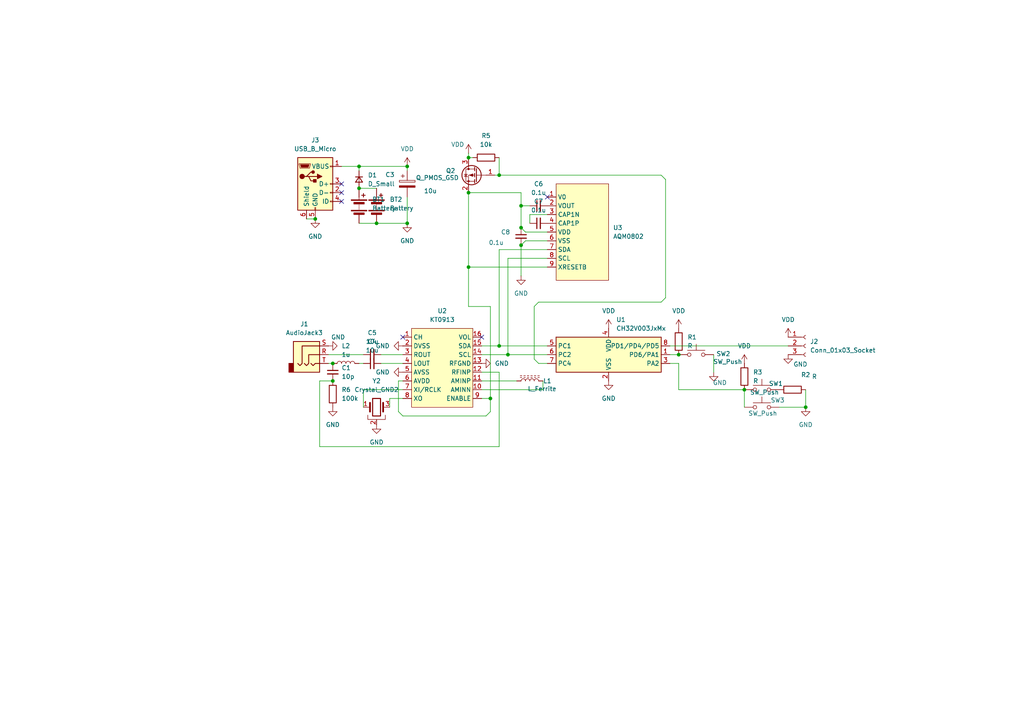
<source format=kicad_sch>
(kicad_sch (version 20231120) (generator "eeschema") (generator_version "8.0")
  (paper "A4")
  (lib_symbols
    (symbol "Connector:Conn_01x03_Socket" (pin_names (offset 1.016) hide)
      (property "Reference" "J" (at 0 5.08 0))
      (property "Value" "Conn_01x03_Socket" (at 0 -5.08 0))
      (symbol "Conn_01x03_Socket_1_1"
        (arc (start 0 -2.032) (mid -0.5058 -2.54) (end 0 -3.048) (stroke (width 0.1524)))
        (polyline (pts (xy -1.27 -2.54) (xy -0.508 -2.54)) (stroke (width 0.1524)))
        (polyline (pts (xy -1.27 0) (xy -0.508 0)) (stroke (width 0.1524)))
        (polyline (pts (xy -1.27 2.54) (xy -0.508 2.54)) (stroke (width 0.1524)))
        (arc (start 0 0.508) (mid -0.5058 0) (end 0 -0.508) (stroke (width 0.1524)))
        (arc (start 0 3.048) (mid -0.5058 2.54) (end 0 2.032) (stroke (width 0.1524)))
        (pin passive line (at -5.08 2.54 0) (length 3.81) (name "Pin_1") (number "1"))
        (pin passive line (at -5.08 0 0) (length 3.81) (name "Pin_2") (number "2"))
        (pin passive line (at -5.08 -2.54 0) (length 3.81) (name "Pin_3") (number "3"))
      )
    )
    (symbol "Connector:USB_B_Micro" (pin_names (offset 1.016))
      (property "Reference" "J" (at -5.08 11.43 0))
      (property "Value" "USB_B_Micro" (at -5.08 8.89 0))
      (symbol "USB_B_Micro_0_1"
        (rectangle (start -5.08 -7.62) (end 5.08 7.62) (stroke (width 0.254)) (fill (type background)))
        (circle (center -3.81 2.159) (radius 0.635) (stroke (width 0.254)) (fill (type outline)))
        (circle (center -0.635 3.429) (radius 0.381) (stroke (width 0.254)) (fill (type outline)))
        (rectangle (start -0.127 -7.62) (end 0.127 -6.858))
        (polyline (pts (xy -1.905 2.159) (xy 0.635 2.159)) (stroke (width 0.254)))
        (polyline (pts (xy -3.175 2.159) (xy -2.54 2.159) (xy -1.27 3.429) (xy -0.635 3.429)) (stroke (width 0.254)))
        (polyline (pts (xy -2.54 2.159) (xy -1.905 2.159) (xy -1.27 0.889) (xy 0 0.889)) (stroke (width 0.254)))
        (polyline (pts (xy 0.635 2.794) (xy 0.635 1.524) (xy 1.905 2.159) (xy 0.635 2.794)) (stroke (width 0.254)) (fill (type outline)))
        (polyline (pts (xy -4.318 5.588) (xy -1.778 5.588) (xy -2.032 4.826) (xy -4.064 4.826) (xy -4.318 5.588)) (fill (type outline)))
        (polyline (pts (xy -4.699 5.842) (xy -4.699 5.588) (xy -4.445 4.826) (xy -4.445 4.572) (xy -1.651 4.572) (xy -1.651 4.826) (xy -1.397 5.588) (xy -1.397 5.842) (xy -4.699 5.842)))
        (rectangle (start 0.254 1.27) (end -0.508 0.508) (stroke (width 0.254)) (fill (type outline)))
        (rectangle (start 5.08 -5.207) (end 4.318 -4.953))
        (rectangle (start 5.08 -2.667) (end 4.318 -2.413))
        (rectangle (start 5.08 -0.127) (end 4.318 0.127))
        (rectangle (start 5.08 4.953) (end 4.318 5.207))
      )
      (symbol "USB_B_Micro_1_1"
        (pin power_out line (at 7.62 5.08 180) (length 2.54) (name "VBUS") (number "1"))
        (pin bidirectional line (at 7.62 -2.54 180) (length 2.54) (name "D-") (number "2"))
        (pin bidirectional line (at 7.62 0 180) (length 2.54) (name "D+") (number "3"))
        (pin passive line (at 7.62 -5.08 180) (length 2.54) (name "ID") (number "4"))
        (pin power_out line (at 0 -10.16 90) (length 2.54) (name "GND") (number "5"))
        (pin passive line (at -2.54 -10.16 90) (length 2.54) (name "Shield") (number "6"))
      )
    )
    (symbol "Connector_Audio:AudioJack3"
      (property "Reference" "J" (at 0 8.89 0))
      (property "Value" "AudioJack3" (at 0 6.35 0))
      (symbol "AudioJack3_0_1"
        (rectangle (start -5.08 -5.08) (end -6.35 -2.54) (stroke (width 0.254)) (fill (type outline)))
        (polyline (pts (xy 0 -2.54) (xy 0.635 -3.175) (xy 1.27 -2.54) (xy 2.54 -2.54)) (stroke (width 0.254)))
        (polyline (pts (xy -1.905 -2.54) (xy -1.27 -3.175) (xy -0.635 -2.54) (xy -0.635 0) (xy 2.54 0)) (stroke (width 0.254)))
        (polyline (pts (xy 2.54 2.54) (xy -2.54 2.54) (xy -2.54 -2.54) (xy -3.175 -3.175) (xy -3.81 -2.54)) (stroke (width 0.254)))
        (rectangle (start 2.54 3.81) (end -5.08 -5.08) (stroke (width 0.254)) (fill (type background)))
      )
      (symbol "AudioJack3_1_1"
        (pin passive line (at 5.08 0 180) (length 2.54) (name "~") (number "R"))
        (pin passive line (at 5.08 2.54 180) (length 2.54) (name "~") (number "S"))
        (pin passive line (at 5.08 -2.54 180) (length 2.54) (name "~") (number "T"))
      )
    )
    (symbol "Device:Battery" (pin_numbers hide) (pin_names (offset 0) hide)
      (property "Reference" "BT" (at 2.54 2.54 0))
      (property "Value" "Battery" (at 2.54 0 0))
      (symbol "Battery_0_1"
        (rectangle (start -2.286 -1.27) (end 2.286 -1.524) (fill (type outline)))
        (rectangle (start -2.286 1.778) (end 2.286 1.524) (fill (type outline)))
        (rectangle (start -1.524 -2.032) (end 1.524 -2.54) (fill (type outline)))
        (rectangle (start -1.524 1.016) (end 1.524 0.508) (fill (type outline)))
        (polyline (pts (xy 0 -1.016) (xy 0 -0.762)))
        (polyline (pts (xy 0 -0.508) (xy 0 -0.254)))
        (polyline (pts (xy 0 0) (xy 0 0.254)))
        (polyline (pts (xy 0 1.778) (xy 0 2.54)))
        (polyline (pts (xy 0.762 3.048) (xy 1.778 3.048)) (stroke (width 0.254)))
        (polyline (pts (xy 1.27 3.556) (xy 1.27 2.54)) (stroke (width 0.254)))
      )
      (symbol "Battery_1_1"
        (pin passive line (at 0 5.08 270) (length 2.54) (name "+") (number "1"))
        (pin passive line (at 0 -5.08 90) (length 2.54) (name "-") (number "2"))
      )
    )
    (symbol "Device:C_Polarized" (pin_numbers hide) (pin_names (offset 0.254))
      (property "Reference" "C" (at 0.635 2.54 0))
      (property "Value" "C_Polarized" (at 0.635 -2.54 0))
      (symbol "C_Polarized_0_1"
        (rectangle (start -2.286 0.508) (end 2.286 1.016))
        (polyline (pts (xy -1.778 2.286) (xy -0.762 2.286)))
        (polyline (pts (xy -1.27 2.794) (xy -1.27 1.778)))
        (rectangle (start 2.286 -0.508) (end -2.286 -1.016) (fill (type outline)))
      )
      (symbol "C_Polarized_1_1"
        (pin passive line (at 0 3.81 270) (length 2.794) (name "~") (number "1"))
        (pin passive line (at 0 -3.81 90) (length 2.794) (name "~") (number "2"))
      )
    )
    (symbol "Device:C_Small" (pin_numbers hide) (pin_names (offset 0.254) hide)
      (property "Reference" "C" (at 0.254 1.778 0))
      (property "Value" "C_Small" (at 0.254 -2.032 0))
      (symbol "C_Small_0_1"
        (polyline (pts (xy -1.524 -0.508) (xy 1.524 -0.508)) (stroke (width 0.3302)))
        (polyline (pts (xy -1.524 0.508) (xy 1.524 0.508)) (stroke (width 0.3048)))
      )
      (symbol "C_Small_1_1"
        (pin passive line (at 0 2.54 270) (length 2.032) (name "~") (number "1"))
        (pin passive line (at 0 -2.54 90) (length 2.032) (name "~") (number "2"))
      )
    )
    (symbol "Device:Crystal_GND2" (pin_names (offset 1.016) hide)
      (property "Reference" "Y" (at 0 5.715 0))
      (property "Value" "Crystal_GND2" (at 0 3.81 0))
      (symbol "Crystal_GND2_0_1"
        (rectangle (start -1.143 2.54) (end 1.143 -2.54) (stroke (width 0.3048)))
        (polyline (pts (xy -2.54 0) (xy -1.905 0)))
        (polyline (pts (xy -1.905 -1.27) (xy -1.905 1.27)) (stroke (width 0.508)))
        (polyline (pts (xy 0 -3.81) (xy 0 -3.556)))
        (polyline (pts (xy 1.905 0) (xy 2.54 0)))
        (polyline (pts (xy 1.905 1.27) (xy 1.905 -1.27)) (stroke (width 0.508)))
        (polyline (pts (xy -2.54 -2.286) (xy -2.54 -3.556) (xy 2.54 -3.556) (xy 2.54 -2.286)))
      )
      (symbol "Crystal_GND2_1_1"
        (pin passive line (at -3.81 0 0) (length 1.27) (name "1") (number "1"))
        (pin passive line (at 0 -5.08 90) (length 1.27) (name "2") (number "2"))
        (pin passive line (at 3.81 0 180) (length 1.27) (name "3") (number "3"))
      )
    )
    (symbol "Device:D_Small" (pin_numbers hide) (pin_names (offset 0.254) hide)
      (property "Reference" "D" (at -1.27 2.032 0))
      (property "Value" "D_Small" (at -3.81 -2.032 0))
      (symbol "D_Small_0_1"
        (polyline (pts (xy -0.762 -1.016) (xy -0.762 1.016)) (stroke (width 0.254)))
        (polyline (pts (xy -0.762 0) (xy 0.762 0)))
        (polyline (pts (xy 0.762 -1.016) (xy -0.762 0) (xy 0.762 1.016) (xy 0.762 -1.016)) (stroke (width 0.254)))
      )
      (symbol "D_Small_1_1"
        (pin passive line (at -2.54 0 0) (length 1.778) (name "K") (number "1"))
        (pin passive line (at 2.54 0 180) (length 1.778) (name "A") (number "2"))
      )
    )
    (symbol "Device:L" (pin_numbers hide) (pin_names (offset 1.016) hide)
      (property "Reference" "L" (at -1.27 0 90))
      (property "Value" "L" (at 1.905 0 90))
      (symbol "L_0_1"
        (arc (start 0 -2.54) (mid 0.6323 -1.905) (end 0 -1.27))
        (arc (start 0 -1.27) (mid 0.6323 -0.635) (end 0 0))
        (arc (start 0 0) (mid 0.6323 0.635) (end 0 1.27))
        (arc (start 0 1.27) (mid 0.6323 1.905) (end 0 2.54))
      )
      (symbol "L_1_1"
        (pin passive line (at 0 3.81 270) (length 1.27) (name "1") (number "1"))
        (pin passive line (at 0 -3.81 90) (length 1.27) (name "2") (number "2"))
      )
    )
    (symbol "Device:L_Ferrite" (pin_numbers hide) (pin_names (offset 1.016) hide)
      (property "Reference" "L" (at -1.27 0 90))
      (property "Value" "L_Ferrite" (at 2.794 0 90))
      (symbol "L_Ferrite_0_1"
        (arc (start 0 -2.54) (mid 0.6323 -1.905) (end 0 -1.27))
        (arc (start 0 -1.27) (mid 0.6323 -0.635) (end 0 0))
        (polyline (pts (xy 1.016 -2.794) (xy 1.016 -2.286)))
        (polyline (pts (xy 1.016 -1.778) (xy 1.016 -1.27)))
        (polyline (pts (xy 1.016 -0.762) (xy 1.016 -0.254)))
        (polyline (pts (xy 1.016 0.254) (xy 1.016 0.762)))
        (polyline (pts (xy 1.016 1.27) (xy 1.016 1.778)))
        (polyline (pts (xy 1.016 2.286) (xy 1.016 2.794)))
        (polyline (pts (xy 1.524 -2.286) (xy 1.524 -2.794)))
        (polyline (pts (xy 1.524 -1.27) (xy 1.524 -1.778)))
        (polyline (pts (xy 1.524 -0.254) (xy 1.524 -0.762)))
        (polyline (pts (xy 1.524 0.762) (xy 1.524 0.254)))
        (polyline (pts (xy 1.524 1.778) (xy 1.524 1.27)))
        (polyline (pts (xy 1.524 2.794) (xy 1.524 2.286)))
        (arc (start 0 0) (mid 0.6323 0.635) (end 0 1.27))
        (arc (start 0 1.27) (mid 0.6323 1.905) (end 0 2.54))
      )
      (symbol "L_Ferrite_1_1"
        (pin passive line (at 0 3.81 270) (length 1.27) (name "1") (number "1"))
        (pin passive line (at 0 -3.81 90) (length 1.27) (name "2") (number "2"))
      )
    )
    (symbol "Device:Q_PMOS_GSD" (pin_names (offset 0) hide)
      (property "Reference" "Q" (at 5.08 1.27 0))
      (property "Value" "Q_PMOS_GSD" (at 5.08 -1.27 0))
      (symbol "Q_PMOS_GSD_0_1"
        (polyline (pts (xy 0.254 0) (xy -2.54 0)))
        (polyline (pts (xy 0.254 1.905) (xy 0.254 -1.905)) (stroke (width 0.254)))
        (polyline (pts (xy 0.762 -1.27) (xy 0.762 -2.286)) (stroke (width 0.254)))
        (polyline (pts (xy 0.762 0.508) (xy 0.762 -0.508)) (stroke (width 0.254)))
        (polyline (pts (xy 0.762 2.286) (xy 0.762 1.27)) (stroke (width 0.254)))
        (polyline (pts (xy 2.54 2.54) (xy 2.54 1.778)))
        (polyline (pts (xy 2.54 -2.54) (xy 2.54 0) (xy 0.762 0)))
        (polyline (pts (xy 0.762 1.778) (xy 3.302 1.778) (xy 3.302 -1.778) (xy 0.762 -1.778)))
        (polyline (pts (xy 2.286 0) (xy 1.27 0.381) (xy 1.27 -0.381) (xy 2.286 0)) (fill (type outline)))
        (polyline (pts (xy 2.794 -0.508) (xy 2.921 -0.381) (xy 3.683 -0.381) (xy 3.81 -0.254)))
        (polyline (pts (xy 3.302 -0.381) (xy 2.921 0.254) (xy 3.683 0.254) (xy 3.302 -0.381)))
        (circle (center 1.651 0) (radius 2.794) (stroke (width 0.254)))
        (circle (center 2.54 -1.778) (radius 0.254) (fill (type outline)))
        (circle (center 2.54 1.778) (radius 0.254) (fill (type outline)))
      )
      (symbol "Q_PMOS_GSD_1_1"
        (pin input line (at -5.08 0 0) (length 2.54) (name "G") (number "1"))
        (pin passive line (at 2.54 -5.08 90) (length 2.54) (name "S") (number "2"))
        (pin passive line (at 2.54 5.08 270) (length 2.54) (name "D") (number "3"))
      )
    )
    (symbol "Device:R" (pin_numbers hide) (pin_names (offset 0))
      (property "Reference" "R" (at 2.032 0 90))
      (property "Value" "R" (at 0 0 90))
      (symbol "R_0_1"
        (rectangle (start -1.016 -2.54) (end 1.016 2.54) (stroke (width 0.254)))
      )
      (symbol "R_1_1"
        (pin passive line (at 0 3.81 270) (length 1.27) (name "~") (number "1"))
        (pin passive line (at 0 -3.81 90) (length 1.27) (name "~") (number "2"))
      )
    )
    (symbol "MCU_WCH_CH32V0:CH32V003JxMx"
      (property "Reference" "U" (at -15.24 7.62 0))
      (property "Value" "CH32V003JxMx" (at 15.24 7.62 0))
      (symbol "CH32V003JxMx_1_1"
        (rectangle (start -15.24 5.08) (end 15.24 -5.08) (stroke (width 0.254)) (fill (type background)))
        (pin bidirectional line (at 17.78 0 180) (length 2.54) (name "PD6/PA1") (number "1"))
        (pin power_in line (at 0 -7.62 90) (length 2.54) (name "VSS") (number "2"))
        (pin bidirectional line (at 17.78 -2.54 180) (length 2.54) (name "PA2") (number "3"))
        (pin power_in line (at 0 7.62 270) (length 2.54) (name "VDD") (number "4"))
        (pin bidirectional line (at -17.78 2.54 0) (length 2.54) (name "PC1") (number "5"))
        (pin bidirectional line (at -17.78 0 0) (length 2.54) (name "PC2") (number "6"))
        (pin bidirectional line (at -17.78 -2.54 0) (length 2.54) (name "PC4") (number "7"))
        (pin bidirectional line (at 17.78 2.54 180) (length 2.54) (name "PD1/PD4/PD5") (number "8"))
      )
    )
    (symbol "New_Library:AQM0802"
      (property "Reference" "U" (at 0 0 0))
      (property "Value" "AQM0802" (at 2.54 -1.778 0))
      (symbol "AQM0802_1_1"
        (rectangle (start -7.62 13.97) (end 7.62 -13.97) (fill (type background)))
        (pin power_in line (at -10.16 10.16 0) (length 2.54) (name "V0") (number "1"))
        (pin power_out line (at -10.16 7.62 0) (length 2.54) (name "VOUT") (number "2"))
        (pin passive line (at -10.16 5.08 0) (length 2.54) (name "CAP1N") (number "3"))
        (pin passive line (at -10.16 2.54 0) (length 2.54) (name "CAP1P") (number "4"))
        (pin power_in line (at -10.16 0 0) (length 2.54) (name "VDD") (number "5"))
        (pin power_in line (at -10.16 -2.54 0) (length 2.54) (name "VSS") (number "6"))
        (pin input line (at -10.16 -5.08 0) (length 2.54) (name "SDA") (number "7"))
        (pin input line (at -10.16 -7.62 0) (length 2.54) (name "SCL") (number "8"))
        (pin input line (at -10.16 -10.16 0) (length 2.54) (name "XRESETB") (number "9"))
      )
    )
    (symbol "New_Library:KT0913"
      (property "Reference" "U" (at 0 0 0))
      (property "Value" "KT0913" (at 0 3.302 0))
      (symbol "KT0913_1_1"
        (rectangle (start -8.89 11.43) (end 8.89 -11.43) (fill (type background)))
        (pin input line (at -11.43 8.89 0) (length 2.54) (name "CH") (number "1"))
        (pin input line (at 11.43 -6.35 180) (length 2.54) (name "AMINN") (number "10"))
        (pin input line (at 11.43 -3.81 180) (length 2.54) (name "AMINP") (number "11"))
        (pin input line (at 11.43 -1.27 180) (length 2.54) (name "RFINP") (number "12"))
        (pin input line (at 11.43 1.27 180) (length 2.54) (name "RFGND") (number "13"))
        (pin input line (at 11.43 3.81 180) (length 2.54) (name "SCL") (number "14"))
        (pin input line (at 11.43 6.35 180) (length 2.54) (name "SDA") (number "15"))
        (pin input line (at 11.43 8.89 180) (length 2.54) (name "VOL") (number "16"))
        (pin power_in line (at -11.43 6.35 0) (length 2.54) (name "DVSS") (number "2"))
        (pin output line (at -11.43 3.81 0) (length 2.54) (name "ROUT") (number "3"))
        (pin output line (at -11.43 1.27 0) (length 2.54) (name "LOUT") (number "4"))
        (pin power_in line (at -11.43 -1.27 0) (length 2.54) (name "AVSS") (number "5"))
        (pin power_in line (at -11.43 -3.81 0) (length 2.54) (name "AVDD") (number "6"))
        (pin input line (at -11.43 -6.35 0) (length 2.54) (name "XI/RCLK") (number "7"))
        (pin bidirectional line (at -11.43 -8.89 0) (length 2.54) (name "XO") (number "8"))
        (pin input line (at 11.43 -8.89 180) (length 2.54) (name "ENABLE") (number "9"))
      )
    )
    (symbol "Switch:SW_Push" (pin_numbers hide) (pin_names (offset 1.016) hide)
      (property "Reference" "SW" (at 1.27 2.54 0))
      (property "Value" "SW_Push" (at 0 -1.524 0))
      (symbol "SW_Push_0_1"
        (circle (center -2.032 0) (radius 0.508))
        (polyline (pts (xy 0 1.27) (xy 0 3.048)))
        (polyline (pts (xy 2.54 1.27) (xy -2.54 1.27)))
        (circle (center 2.032 0) (radius 0.508))
        (pin passive line (at -5.08 0 0) (length 2.54) (name "1") (number "1"))
        (pin passive line (at 5.08 0 180) (length 2.54) (name "2") (number "2"))
      )
    )
    (symbol "power:GND" (power) (pin_numbers hide) (pin_names (offset 0) hide)
      (property "Value" "GND" (at 0 -3.81 0))
      (symbol "GND_0_1"
        (polyline (pts (xy 0 0) (xy 0 -1.27) (xy 1.27 -1.27) (xy 0 -2.54) (xy -1.27 -1.27) (xy 0 -1.27)))
      )
      (symbol "GND_1_1"
        (pin power_in line (at 0 0 270) (length 0) (name "~") (number "1"))
      )
    )
    (symbol "power:VDD" (power) (pin_numbers hide) (pin_names (offset 0) hide)
      (property "Value" "VDD" (at 0 3.556 0))
      (symbol "VDD_0_1"
        (polyline (pts (xy -0.762 1.27) (xy 0 2.54)))
        (polyline (pts (xy 0 0) (xy 0 2.54)))
        (polyline (pts (xy 0 2.54) (xy 0.762 1.27)))
      )
      (symbol "VDD_1_1"
        (pin power_in line (at 0 0 90) (length 0) (name "~") (number "1"))
      )
    )
  )
  (junction (at 151.13 71.12))
  (junction (at 151.13 59.69))
  (junction (at 144.78 50.8))
  (junction (at 104.14 48.26))
  (junction (at 96.52 105.41))
  (junction (at 91.44 63.5))
  (junction (at 233.68 118.11))
  (junction (at 142.24 115.57))
  (junction (at 196.85 102.87))
  (junction (at 144.78 100.33))
  (junction (at 104.14 54.61))
  (junction (at 147.32 102.87))
  (junction (at 135.89 45.72))
  (junction (at 135.89 55.88))
  (junction (at 151.13 66.04))
  (junction (at 118.11 48.26))
  (junction (at 96.52 110.49))
  (junction (at 215.9 113.03))
  (junction (at 135.89 77.47))
  (junction (at 109.22 64.77))
  (junction (at 118.11 64.77))
  (no_connect (at 99.06 58.42))
  (no_connect (at 99.06 55.88))
  (no_connect (at 139.7 97.79))
  (no_connect (at 116.84 97.79))
  (no_connect (at 158.75 57.15))
  (no_connect (at 99.06 53.34))
  (wire (pts (xy 95.25 105.41) (xy 96.52 105.41)))
  (wire (pts (xy 149.86 110.49) (xy 139.7 110.49)))
  (wire (pts (xy 92.71 129.54) (xy 144.78 129.54)))
  (wire (pts (xy 154.94 88.9) (xy 154.94 104.14)))
  (wire (pts (xy 113.03 115.57) (xy 113.03 118.11)))
  (wire (pts (xy 152.4 67.31) (xy 158.75 67.31)))
  (wire (pts (xy 135.89 88.9) (xy 142.24 88.9)))
  (wire (pts (xy 105.41 113.03) (xy 105.41 118.11)))
  (wire (pts (xy 104.14 49.53) (xy 104.14 48.26)))
  (wire (pts (xy 139.7 102.87) (xy 147.32 102.87)))
  (wire (pts (xy 151.13 59.69) (xy 151.13 66.04)))
  (wire (pts (xy 153.67 62.23) (xy 158.75 62.23)))
  (wire (pts (xy 115.57 119.38) (xy 116.84 120.65)))
  (wire (pts (xy 110.49 102.87) (xy 116.84 102.87)))
  (wire (pts (xy 193.04 52.07) (xy 191.77 50.8)))
  (wire (pts (xy 135.89 45.72) (xy 137.16 45.72)))
  (wire (pts (xy 88.9 63.5) (xy 91.44 63.5)))
  (wire (pts (xy 115.57 110.49) (xy 115.57 119.38)))
  (wire (pts (xy 118.11 57.15) (xy 118.11 64.77)))
  (wire (pts (xy 105.41 113.03) (xy 116.84 113.03)))
  (wire (pts (xy 193.04 86.36) (xy 193.04 52.07)))
  (wire (pts (xy 156.21 105.41) (xy 154.94 104.14)))
  (wire (pts (xy 96.52 110.49) (xy 92.71 110.49)))
  (wire (pts (xy 135.89 44.45) (xy 135.89 45.72)))
  (wire (pts (xy 194.31 100.33) (xy 228.6 100.33)))
  (wire (pts (xy 104.14 64.77) (xy 109.22 64.77)))
  (wire (pts (xy 144.78 72.39) (xy 144.78 100.33)))
  (wire (pts (xy 140.97 120.65) (xy 142.24 119.38)))
  (wire (pts (xy 156.21 87.63) (xy 191.77 87.63)))
  (wire (pts (xy 143.51 50.8) (xy 144.78 50.8)))
  (wire (pts (xy 144.78 50.8) (xy 191.77 50.8)))
  (wire (pts (xy 157.48 113.03) (xy 139.7 113.03)))
  (wire (pts (xy 151.13 71.12) (xy 151.13 80.01)))
  (wire (pts (xy 144.78 107.95) (xy 139.7 107.95)))
  (wire (pts (xy 95.25 102.87) (xy 105.41 102.87)))
  (wire (pts (xy 116.84 120.65) (xy 140.97 120.65)))
  (wire (pts (xy 142.24 115.57) (xy 142.24 119.38)))
  (wire (pts (xy 113.03 115.57) (xy 116.84 115.57)))
  (wire (pts (xy 104.14 105.41) (xy 105.41 105.41)))
  (wire (pts (xy 115.57 110.49) (xy 116.84 110.49)))
  (wire (pts (xy 144.78 129.54) (xy 144.78 107.95)))
  (wire (pts (xy 226.06 118.11) (xy 233.68 118.11)))
  (wire (pts (xy 154.94 88.9) (xy 156.21 87.63)))
  (wire (pts (xy 196.85 113.03) (xy 215.9 113.03)))
  (wire (pts (xy 118.11 49.53) (xy 118.11 48.26)))
  (wire (pts (xy 151.13 55.88) (xy 151.13 59.69)))
  (wire (pts (xy 139.7 100.33) (xy 144.78 100.33)))
  (wire (pts (xy 191.77 87.63) (xy 193.04 86.36)))
  (wire (pts (xy 147.32 102.87) (xy 158.75 102.87)))
  (wire (pts (xy 207.01 102.87) (xy 207.01 107.95)))
  (wire (pts (xy 215.9 113.03) (xy 215.9 118.11)))
  (wire (pts (xy 152.4 69.85) (xy 151.13 71.12)))
  (wire (pts (xy 151.13 66.04) (xy 152.4 67.31)))
  (wire (pts (xy 135.89 77.47) (xy 158.75 77.47)))
  (wire (pts (xy 110.49 105.41) (xy 116.84 105.41)))
  (wire (pts (xy 142.24 88.9) (xy 142.24 115.57)))
  (wire (pts (xy 147.32 74.93) (xy 158.75 74.93)))
  (wire (pts (xy 135.89 55.88) (xy 151.13 55.88)))
  (wire (pts (xy 196.85 102.87) (xy 194.31 102.87)))
  (wire (pts (xy 153.67 62.23) (xy 153.67 64.77)))
  (wire (pts (xy 99.06 48.26) (xy 104.14 48.26)))
  (wire (pts (xy 109.22 64.77) (xy 118.11 64.77)))
  (wire (pts (xy 135.89 55.88) (xy 135.89 77.47)))
  (wire (pts (xy 147.32 74.93) (xy 147.32 102.87)))
  (wire (pts (xy 92.71 110.49) (xy 92.71 129.54)))
  (wire (pts (xy 104.14 48.26) (xy 118.11 48.26)))
  (wire (pts (xy 151.13 59.69) (xy 153.67 59.69)))
  (wire (pts (xy 144.78 100.33) (xy 158.75 100.33)))
  (wire (pts (xy 158.75 105.41) (xy 156.21 105.41)))
  (wire (pts (xy 104.14 54.61) (xy 109.22 54.61)))
  (wire (pts (xy 144.78 45.72) (xy 144.78 50.8)))
  (wire (pts (xy 135.89 77.47) (xy 135.89 88.9)))
  (wire (pts (xy 139.7 115.57) (xy 142.24 115.57)))
  (wire (pts (xy 196.85 105.41) (xy 194.31 105.41)))
  (wire (pts (xy 233.68 113.03) (xy 233.68 118.11)))
  (wire (pts (xy 152.4 69.85) (xy 158.75 69.85)))
  (wire (pts (xy 144.78 72.39) (xy 158.75 72.39)))
  (wire (pts (xy 196.85 105.41) (xy 196.85 113.03)))
  (wire (pts (xy 157.48 110.49) (xy 157.48 113.03)))
  (symbol (lib_id "power:VDD") (at 215.9 105.41 0) (unit 1)
    (property "Reference" "#PWR018" (effects (hide yes)))
    (property "Value" "VDD" (at 215.9 100.33 0))
    (property "Description" "Power symbol creates a global label with name \"VDD\"" (effects (hide yes)))
  )
  (symbol (lib_id "power:GND") (at 118.11 64.77 0) (unit 1)
    (property "Reference" "#PWR02" (effects (hide yes)))
    (property "Value" "GND" (at 118.11 69.85 0))
    (property "Description" "Power symbol creates a global label with name \"GND\" , ground" (effects (hide yes)))
  )
  (symbol (lib_id "MCU_WCH_CH32V0:CH32V003JxMx") (at 176.53 102.87 0) (unit 1)
    (property "Reference" "U1" (at 178.7241 92.71 0) (effects (justify left)))
    (property "Value" "CH32V003JxMx" (at 178.7241 95.25 0) (effects (justify left)))
    (property "Footprint" "Package_SO:SOP-8_3.9x4.9mm_P1.27mm" (effects (hide yes)))
    (property "Datasheet" "https://www.wch-ic.com/products/CH32V003.html" (effects (hide yes)))
    (property "Description" "CH32V003 series are industrial-grade general-purpose microcontrollers designed based on 32-bit RISC-V instruction set and architecture. It adopts QingKe V2A core, RV32EC instruction set, and supports 2 levels of interrupt nesting. The series are mounted with rich peripheral interfaces and function modules. Its internal organizational structure meets the low-cost and low-power embedded application scenarios." (effects (hide yes)))
  )
  (symbol (lib_id "Connector:USB_B_Micro") (at 91.44 53.34 0) (unit 1)
    (property "Reference" "J3" (at 91.44 40.64 0))
    (property "Value" "USB_B_Micro" (at 91.44 43.18 0))
    (property "Footprint" "Library:usb_microb_power_MRUSB-2B-D14NI-S306" (effects (hide yes)))
    (property "Description" "USB Micro Type B connector" (effects (hide yes)))
  )
  (symbol (lib_id "power:GND") (at 95.25 100.33 90) (unit 1)
    (property "Reference" "#PWR09" (effects (hide yes)))
    (property "Value" "GND" (at 96.012 97.7899 90) (effects (justify right)))
    (property "Description" "Power symbol creates a global label with name \"GND\" , ground" (effects (hide yes)))
  )
  (symbol (lib_id "Device:C_Small") (at 156.21 59.69 90) (unit 1)
    (property "Reference" "C6" (at 156.2163 53.34 90))
    (property "Value" "0.1u" (at 156.2163 55.88 90))
    (property "Footprint" "Capacitor_SMD:C_0603_1608Metric" (effects (hide yes)))
    (property "Description" "Unpolarized capacitor, small symbol" (effects (hide yes)))
  )
  (symbol (lib_id "power:GND") (at 176.53 110.49 0) (unit 1)
    (property "Reference" "#PWR010" (effects (hide yes)))
    (property "Value" "GND" (at 176.53 115.57 0))
    (property "Description" "Power symbol creates a global label with name \"GND\" , ground" (effects (hide yes)))
  )
  (symbol (lib_id "Device:Q_PMOS_GSD") (at 138.43 50.8 0) (mirror y) (unit 1)
    (property "Reference" "Q2" (at 132.08 49.5299 0) (effects (justify left)))
    (property "Value" "Q_PMOS_GSD" (at 133.096 51.562 0) (effects (justify left)))
    (property "Footprint" "Package_TO_SOT_SMD:SOT-23" (effects (hide yes)))
    (property "Description" "P-MOSFET transistor, gate/source/drain" (effects (hide yes)))
  )
  (symbol (lib_id "New_Library:KT0913") (at 128.27 106.68 0) (unit 1)
    (property "Reference" "U2" (at 128.27 90.17 0))
    (property "Value" "KT0913" (at 128.27 92.71 0))
    (property "Footprint" "Package_SO:SSOP-16_3.9x4.9mm_P0.635mm" (effects (hide yes)))
  )
  (symbol (lib_id "Device:C_Small") (at 151.13 68.58 0) (unit 1)
    (property "Reference" "C8" (at 145.288 67.3162 0) (effects (justify left)))
    (property "Value" "0.1u" (at 141.732 70.3642 0) (effects (justify left)))
    (property "Footprint" "Capacitor_SMD:C_0603_1608Metric" (effects (hide yes)))
    (property "Description" "Unpolarized capacitor, small symbol" (effects (hide yes)))
  )
  (symbol (lib_id "power:VDD") (at 135.89 44.45 0) (unit 1)
    (property "Reference" "#PWR07" (effects (hide yes)))
    (property "Value" "VDD" (at 130.81 41.9099 0) (effects (justify left)))
    (property "Description" "Power symbol creates a global label with name \"VDD\"" (effects (hide yes)))
  )
  (symbol (lib_id "power:GND") (at 207.01 107.95 0) (unit 1)
    (property "Reference" "#PWR014" (effects (hide yes)))
    (property "Value" "GND" (at 208.788 110.998 0))
    (property "Description" "Power symbol creates a global label with name \"GND\" , ground" (effects (hide yes)))
  )
  (symbol (lib_id "Device:R") (at 140.97 45.72 90) (unit 1)
    (property "Reference" "R5" (at 140.97 39.37 90))
    (property "Value" "10k" (at 140.97 41.91 90))
    (property "Footprint" "Resistor_SMD:R_0603_1608Metric" (effects (hide yes)))
    (property "Description" "Resistor" (effects (hide yes)))
  )
  (symbol (lib_id "power:GND") (at 139.7 105.41 90) (unit 1)
    (property "Reference" "#PWR05" (effects (hide yes)))
    (property "Value" "GND" (at 143.51 105.4099 90) (effects (justify right)))
    (property "Description" "Power symbol creates a global label with name \"GND\" , ground" (effects (hide yes)))
  )
  (symbol (lib_id "New_Library:AQM0802") (at 168.91 67.31 0) (unit 1)
    (property "Reference" "U3" (at 177.8 66.0399 0) (effects (justify left)))
    (property "Value" "AQM0802" (at 177.8 68.5799 0) (effects (justify left)))
    (property "Footprint" "Library:AQM0802A" (effects (hide yes)))
  )
  (symbol (lib_id "Connector_Audio:AudioJack3") (at 90.17 102.87 0) (unit 1)
    (property "Reference" "J1" (at 88.265 93.98 0))
    (property "Value" "AudioJack3" (at 88.265 96.52 0))
    (property "Footprint" "Connector_Audio:Jack_3.5mm_Switronic_ST-005-G_horizontal" (effects (hide yes)))
    (property "Description" "Audio Jack, 3 Poles (Stereo / TRS)" (effects (hide yes)))
  )
  (symbol (lib_id "Device:Crystal_GND2") (at 109.22 118.11 0) (unit 1)
    (property "Reference" "Y2" (at 109.22 110.49 0))
    (property "Value" "Crystal_GND2" (at 109.22 113.03 0))
    (property "Footprint" "Library:SMD_Crystal_Murata" (effects (hide yes)))
    (property "Description" "Three pin crystal, GND on pin 2" (effects (hide yes)))
  )
  (symbol (lib_id "Switch:SW_Push") (at 201.93 102.87 0) (unit 1)
    (property "Reference" "SW2" (at 209.804 102.616 0))
    (property "Value" "SW_Push" (at 211.074 104.902 0))
    (property "Footprint" "Button_Switch_SMD:SW_SPST_PTS810" (effects (hide yes)))
    (property "Description" "Push button switch, generic, two pins" (effects (hide yes)))
  )
  (symbol (lib_id "power:VDD") (at 118.11 48.26 0) (mirror y) (unit 1)
    (property "Reference" "#PWR01" (effects (hide yes)))
    (property "Value" "VDD" (at 118.11 43.18 0))
    (property "Description" "Power symbol creates a global label with name \"VDD\"" (effects (hide yes)))
  )
  (symbol (lib_id "power:GND") (at 116.84 107.95 270) (unit 1)
    (property "Reference" "#PWR04" (effects (hide yes)))
    (property "Value" "GND" (at 113.03 107.9499 90) (effects (justify right)))
    (property "Description" "Power symbol creates a global label with name \"GND\" , ground" (effects (hide yes)))
  )
  (symbol (lib_id "power:VDD") (at 196.85 95.25 0) (unit 1)
    (property "Reference" "#PWR016" (effects (hide yes)))
    (property "Value" "VDD" (at 196.85 90.17 0))
    (property "Description" "Power symbol creates a global label with name \"VDD\"" (effects (hide yes)))
  )
  (symbol (lib_id "power:GND") (at 151.13 80.01 0) (unit 1)
    (property "Reference" "#PWR013" (effects (hide yes)))
    (property "Value" "GND" (at 151.13 85.09 0))
    (property "Description" "Power symbol creates a global label with name \"GND\" , ground" (effects (hide yes)))
  )
  (symbol (lib_id "power:VDD") (at 228.6 97.79 0) (unit 1)
    (property "Reference" "#PWR012" (effects (hide yes)))
    (property "Value" "VDD" (at 228.6 92.71 0))
    (property "Description" "Power symbol creates a global label with name \"VDD\"" (effects (hide yes)))
  )
  (symbol (lib_id "Device:Battery") (at 109.22 59.69 0) (unit 1)
    (property "Reference" "BT2" (at 113.03 57.8484 0) (effects (justify left)))
    (property "Value" "Battery" (at 113.03 60.3884 0) (effects (justify left)))
    (property "Footprint" "Library:CH25-2032LF" (effects (hide yes)))
    (property "Description" "Multiple-cell battery" (effects (hide yes)))
  )
  (symbol (lib_id "power:GND") (at 91.44 63.5 0) (unit 1)
    (property "Reference" "#PWR019" (effects (hide yes)))
    (property "Value" "GND" (at 91.44 68.58 0))
    (property "Description" "Power symbol creates a global label with name \"GND\" , ground" (effects (hide yes)))
  )
  (symbol (lib_id "Device:L") (at 100.33 105.41 90) (unit 1)
    (property "Reference" "L2" (at 100.33 100.33 90))
    (property "Value" "1u" (at 100.33 102.87 90))
    (property "Footprint" "Inductor_SMD:L_0603_1608Metric" (effects (hide yes)))
    (property "Description" "Inductor" (effects (hide yes)))
  )
  (symbol (lib_id "Device:C_Small") (at 96.52 107.95 0) (unit 1)
    (property "Reference" "C1" (at 99.06 106.6862 0) (effects (justify left)))
    (property "Value" "10p" (at 99.06 109.2262 0) (effects (justify left)))
    (property "Footprint" "Capacitor_SMD:C_0603_1608Metric" (effects (hide yes)))
    (property "Description" "Unpolarized capacitor, small symbol" (effects (hide yes)))
  )
  (symbol (lib_id "Switch:SW_Push") (at 220.98 118.11 0) (unit 1)
    (property "Reference" "SW3" (at 225.552 116.078 0))
    (property "Value" "SW_Push" (at 221.234 119.888 0))
    (property "Footprint" "Button_Switch_SMD:SW_SPST_PTS810" (effects (hide yes)))
    (property "Description" "Push button switch, generic, two pins" (effects (hide yes)))
  )
  (symbol (lib_id "power:GND") (at 228.6 102.87 0) (unit 1)
    (property "Reference" "#PWR015" (effects (hide yes)))
    (property "Value" "GND" (at 232.156 105.664 0))
    (property "Description" "Power symbol creates a global label with name \"GND\" , ground" (effects (hide yes)))
  )
  (symbol (lib_id "Device:C_Small") (at 107.95 102.87 90) (unit 1)
    (property "Reference" "C5" (at 107.9563 96.52 90))
    (property "Value" "10u" (at 107.9563 99.06 90))
    (property "Footprint" "Capacitor_SMD:C_0603_1608Metric" (effects (hide yes)))
    (property "Description" "Unpolarized capacitor, small symbol" (effects (hide yes)))
  )
  (symbol (lib_id "power:GND") (at 96.52 118.11 0) (unit 1)
    (property "Reference" "#PWR020" (effects (hide yes)))
    (property "Value" "GND" (at 96.52 123.19 0))
    (property "Description" "Power symbol creates a global label with name \"GND\" , ground" (effects (hide yes)))
  )
  (symbol (lib_id "power:GND") (at 116.84 100.33 270) (unit 1)
    (property "Reference" "#PWR03" (effects (hide yes)))
    (property "Value" "GND" (at 113.03 100.3299 90) (effects (justify right)))
    (property "Description" "Power symbol creates a global label with name \"GND\" , ground" (effects (hide yes)))
  )
  (symbol (lib_id "power:GND") (at 233.68 118.11 0) (unit 1)
    (property "Reference" "#PWR017" (effects (hide yes)))
    (property "Value" "GND" (at 233.68 123.19 0))
    (property "Description" "Power symbol creates a global label with name \"GND\" , ground" (effects (hide yes)))
  )
  (symbol (lib_id "Switch:SW_Push") (at 220.98 113.03 0) (unit 1)
    (property "Reference" "SW1" (at 225.044 111.252 0))
    (property "Value" "SW_Push" (at 221.742 113.792 0))
    (property "Footprint" "Button_Switch_SMD:SW_SPST_PTS810" (effects (hide yes)))
    (property "Description" "Push button switch, generic, two pins" (effects (hide yes)))
  )
  (symbol (lib_id "Device:C_Polarized") (at 118.11 53.34 0) (unit 1)
    (property "Reference" "C3" (at 111.76 50.6729 0) (effects (justify left)))
    (property "Value" "10u" (at 122.936 55.372 0) (effects (justify left)))
    (property "Footprint" "Capacitor_SMD:C_0603_1608Metric" (effects (hide yes)))
    (property "Description" "Polarized capacitor" (effects (hide yes)))
  )
  (symbol (lib_id "Device:C_Small") (at 107.95 105.41 90) (unit 1)
    (property "Reference" "C4" (at 107.9563 99.06 90))
    (property "Value" "10u" (at 107.9563 101.6 90))
    (property "Footprint" "Capacitor_SMD:C_0603_1608Metric" (effects (hide yes)))
    (property "Description" "Unpolarized capacitor, small symbol" (effects (hide yes)))
  )
  (symbol (lib_id "Device:R") (at 196.85 99.06 0) (unit 1)
    (property "Reference" "R1" (at 199.39 97.7899 0) (effects (justify left)))
    (property "Value" "R" (at 199.39 100.3299 0) (effects (justify left)))
    (property "Footprint" "Resistor_SMD:R_0603_1608Metric" (effects (hide yes)))
    (property "Description" "Resistor" (effects (hide yes)))
  )
  (symbol (lib_id "Device:L_Ferrite") (at 153.67 110.49 270) (mirror x) (unit 1)
    (property "Reference" "L1" (at 158.75 110.49 90))
    (property "Value" "L_Ferrite" (at 157.226 112.776 90))
    (property "Footprint" "Inductor_THT:L_Axial_L7.0mm_D3.3mm_P10.16mm_Horizontal_Fastron_MICC" (effects (hide yes)))
    (property "Description" "Inductor with ferrite core" (effects (hide yes)))
  )
  (symbol (lib_id "Device:R") (at 215.9 109.22 0) (unit 1)
    (property "Reference" "R3" (at 218.44 107.9499 0) (effects (justify left)))
    (property "Value" "R" (at 218.44 110.4899 0) (effects (justify left)))
    (property "Footprint" "Resistor_SMD:R_0603_1608Metric" (effects (hide yes)))
    (property "Description" "Resistor" (effects (hide yes)))
  )
  (symbol (lib_id "Device:C_Small") (at 156.21 64.77 90) (unit 1)
    (property "Reference" "C7" (at 156.2163 58.42 90))
    (property "Value" "0.1u" (at 156.2163 60.96 90))
    (property "Footprint" "Capacitor_SMD:C_0603_1608Metric" (effects (hide yes)))
    (property "Description" "Unpolarized capacitor, small symbol" (effects (hide yes)))
  )
  (symbol (lib_id "power:VDD") (at 176.53 95.25 0) (unit 1)
    (property "Reference" "#PWR011" (effects (hide yes)))
    (property "Value" "VDD" (at 176.53 90.17 0))
    (property "Description" "Power symbol creates a global label with name \"VDD\"" (effects (hide yes)))
  )
  (symbol (lib_id "Device:R") (at 229.87 113.03 90) (unit 1)
    (property "Reference" "R2" (at 233.68 108.712 90))
    (property "Value" "R" (at 236.22 109.22 90))
    (property "Footprint" "Resistor_SMD:R_0603_1608Metric" (effects (hide yes)))
    (property "Description" "Resistor" (effects (hide yes)))
  )
  (symbol (lib_id "power:GND") (at 109.22 123.19 0) (unit 1)
    (property "Reference" "#PWR08" (effects (hide yes)))
    (property "Value" "GND" (at 109.22 128.27 0))
    (property "Description" "Power symbol creates a global label with name \"GND\" , ground" (effects (hide yes)))
  )
  (symbol (lib_id "Connector:Conn_01x03_Socket") (at 233.68 100.33 0) (unit 1)
    (property "Reference" "J2" (at 234.95 99.0599 0) (effects (justify left)))
    (property "Value" "Conn_01x03_Socket" (at 234.95 101.5999 0) (effects (justify left)))
    (property "Footprint" "Library:DebugPoint_2.54mmx3" (effects (hide yes)))
    (property "Description" "Generic connector, single row, 01x03, script generated" (effects (hide yes)))
  )
  (symbol (lib_id "Device:D_Small") (at 104.14 52.07 270) (unit 1)
    (property "Reference" "D1" (at 106.68 50.7999 90) (effects (justify left)))
    (property "Value" "D_Small" (at 106.68 53.3399 90) (effects (justify left)))
    (property "Footprint" "Diode_SMD:D_0603_1608Metric" (effects (hide yes)))
    (property "Description" "Diode, small symbol" (effects (hide yes)))
    (property "Sim.Device" "D" (effects (hide yes)))
    (property "Sim.Pins" "1=K 2=A" (effects (hide yes)))
  )
  (symbol (lib_id "Device:R") (at 96.52 114.3 0) (unit 1)
    (property "Reference" "R6" (at 99.06 113.0299 0) (effects (justify left)))
    (property "Value" "100k" (at 99.06 115.5699 0) (effects (justify left)))
    (property "Footprint" "Resistor_SMD:R_0603_1608Metric" (effects (hide yes)))
    (property "Description" "Resistor" (effects (hide yes)))
  )
  (symbol (lib_id "Device:Battery") (at 104.14 59.69 0) (unit 1)
    (property "Reference" "BT1" (at 107.95 57.8484 0) (effects (justify left)))
    (property "Value" "Battery" (at 107.95 60.3884 0) (effects (justify left)))
    (property "Footprint" "Battery:BatteryHolder_Keystone_1060_1x2032" (effects (hide yes)))
    (property "Description" "Multiple-cell battery" (effects (hide yes)))
  )
)
</source>
